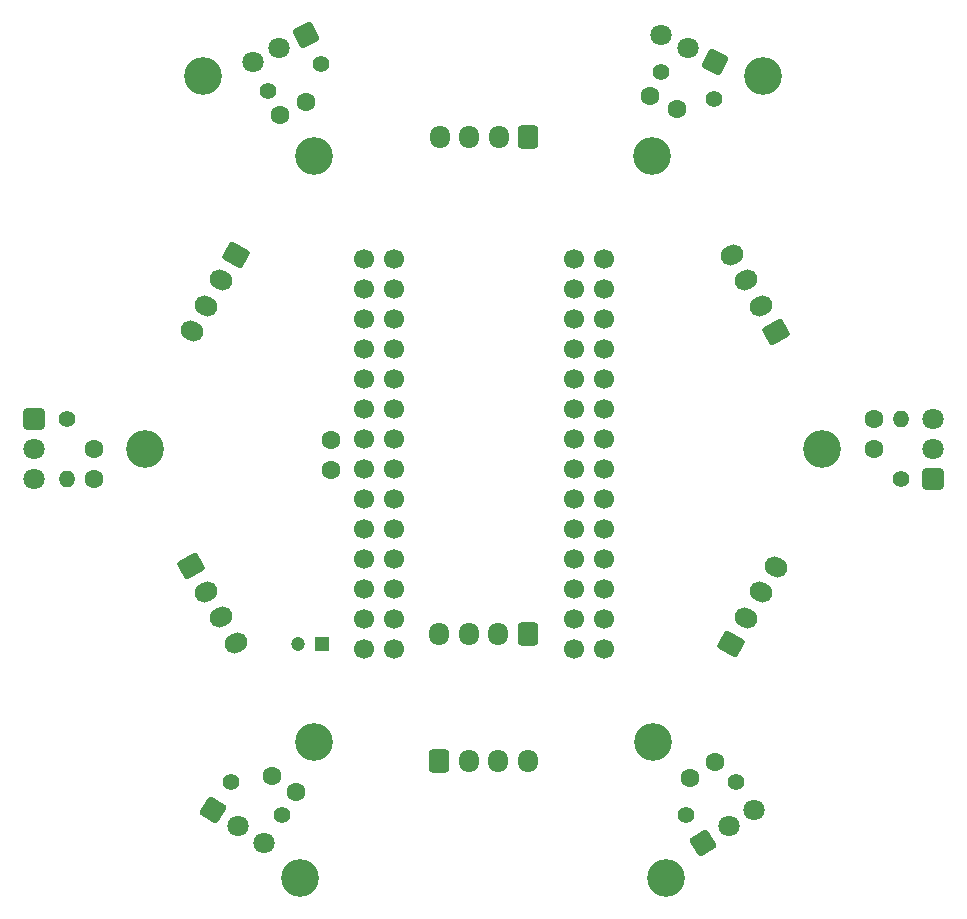
<source format=gbr>
%TF.GenerationSoftware,KiCad,Pcbnew,7.0.11*%
%TF.CreationDate,2025-01-20T02:02:22+09:00*%
%TF.ProjectId,CAM,43414d2e-6b69-4636-9164-5f7063625858,rev?*%
%TF.SameCoordinates,Original*%
%TF.FileFunction,Soldermask,Bot*%
%TF.FilePolarity,Negative*%
%FSLAX46Y46*%
G04 Gerber Fmt 4.6, Leading zero omitted, Abs format (unit mm)*
G04 Created by KiCad (PCBNEW 7.0.11) date 2025-01-20 02:02:22*
%MOMM*%
%LPD*%
G01*
G04 APERTURE LIST*
G04 Aperture macros list*
%AMRoundRect*
0 Rectangle with rounded corners*
0 $1 Rounding radius*
0 $2 $3 $4 $5 $6 $7 $8 $9 X,Y pos of 4 corners*
0 Add a 4 corners polygon primitive as box body*
4,1,4,$2,$3,$4,$5,$6,$7,$8,$9,$2,$3,0*
0 Add four circle primitives for the rounded corners*
1,1,$1+$1,$2,$3*
1,1,$1+$1,$4,$5*
1,1,$1+$1,$6,$7*
1,1,$1+$1,$8,$9*
0 Add four rect primitives between the rounded corners*
20,1,$1+$1,$2,$3,$4,$5,0*
20,1,$1+$1,$4,$5,$6,$7,0*
20,1,$1+$1,$6,$7,$8,$9,0*
20,1,$1+$1,$8,$9,$2,$3,0*%
%AMHorizOval*
0 Thick line with rounded ends*
0 $1 width*
0 $2 $3 position (X,Y) of the first rounded end (center of the circle)*
0 $4 $5 position (X,Y) of the second rounded end (center of the circle)*
0 Add line between two ends*
20,1,$1,$2,$3,$4,$5,0*
0 Add two circle primitives to create the rounded ends*
1,1,$1,$2,$3*
1,1,$1,$4,$5*%
G04 Aperture macros list end*
%ADD10C,1.600000*%
%ADD11RoundRect,0.250200X0.649800X-0.649800X0.649800X0.649800X-0.649800X0.649800X-0.649800X-0.649800X0*%
%ADD12C,1.800000*%
%ADD13C,1.700000*%
%ADD14C,1.400000*%
%ADD15HorizOval,1.400000X0.000000X0.000000X0.000000X0.000000X0*%
%ADD16C,3.200000*%
%ADD17RoundRect,0.250000X0.600000X0.725000X-0.600000X0.725000X-0.600000X-0.725000X0.600000X-0.725000X0*%
%ADD18O,1.700000X1.950000*%
%ADD19O,1.400000X1.400000*%
%ADD20HorizOval,1.400000X0.000000X0.000000X0.000000X0.000000X0*%
%ADD21RoundRect,0.250200X-0.649800X0.649800X-0.649800X-0.649800X0.649800X-0.649800X0.649800X0.649800X0*%
%ADD22HorizOval,1.400000X0.000000X0.000000X0.000000X0.000000X0*%
%ADD23RoundRect,0.250000X-0.600000X-0.725000X0.600000X-0.725000X0.600000X0.725000X-0.600000X0.725000X0*%
%ADD24RoundRect,0.250000X0.927868X-0.157115X0.327868X0.882115X-0.927868X0.157115X-0.327868X-0.882115X0*%
%ADD25HorizOval,1.700000X0.108253X0.062500X-0.108253X-0.062500X0*%
%ADD26RoundRect,0.250000X-0.327868X0.882115X-0.927868X-0.157115X0.327868X-0.882115X0.927868X0.157115X0*%
%ADD27HorizOval,1.700000X-0.108253X0.062500X0.108253X-0.062500X0*%
%ADD28R,1.200000X1.200000*%
%ADD29C,1.200000*%
%ADD30HorizOval,1.400000X0.000000X0.000000X0.000000X0.000000X0*%
%ADD31RoundRect,0.250000X0.327868X-0.882115X0.927868X0.157115X-0.327868X0.882115X-0.927868X-0.157115X0*%
%ADD32RoundRect,0.250200X-0.898875X-0.191062X0.191062X-0.898875X0.898875X0.191062X-0.191062X0.898875X0*%
%ADD33RoundRect,0.250200X0.283973X0.873979X-0.873979X0.283973X-0.283973X-0.873979X0.873979X-0.283973X0*%
%ADD34RoundRect,0.250200X0.873979X0.283973X-0.283973X0.873979X-0.873979X-0.283973X0.283973X-0.873979X0*%
%ADD35RoundRect,0.250200X-0.191062X-0.898875X0.898875X-0.191062X0.191062X0.898875X-0.898875X0.191062X0*%
%ADD36RoundRect,0.250000X-0.927868X0.157115X-0.327868X-0.882115X0.927868X-0.157115X0.327868X0.882115X0*%
%ADD37HorizOval,1.700000X-0.108253X-0.062500X0.108253X0.062500X0*%
G04 APERTURE END LIST*
D10*
%TO.C,C3*%
X171990339Y-128097201D03*
X169893663Y-129458799D03*
%TD*%
D11*
%TO.C,U2*%
X190491000Y-104140000D03*
D12*
X190491000Y-101600000D03*
X190491000Y-99060000D03*
%TD*%
D13*
%TO.C,U8*%
X142240000Y-90630000D03*
X144780000Y-85550000D03*
X160020000Y-88090000D03*
X162560000Y-93170000D03*
X162560000Y-95710000D03*
X162560000Y-113490000D03*
X144780000Y-88090000D03*
X144780000Y-90630000D03*
X144780000Y-93170000D03*
X144780000Y-95710000D03*
X144780000Y-98250000D03*
X144780000Y-100790000D03*
X144780000Y-103330000D03*
X144780000Y-105870000D03*
X144780000Y-108410000D03*
X144780000Y-110950000D03*
X144780000Y-113490000D03*
X144780000Y-116030000D03*
X144780000Y-118570000D03*
X142240000Y-118570000D03*
X162560000Y-116030000D03*
X162560000Y-118570000D03*
X160020000Y-118570000D03*
X160020000Y-116030000D03*
X160020000Y-113490000D03*
X160020000Y-110950000D03*
X160020000Y-108410000D03*
X160020000Y-105870000D03*
X160020000Y-103330000D03*
X160020000Y-100790000D03*
X160020000Y-98250000D03*
X160020000Y-95710000D03*
X160020000Y-93170000D03*
X142240000Y-95710000D03*
X160020000Y-90630000D03*
X162560000Y-110950000D03*
X160020000Y-85550000D03*
X162560000Y-85550000D03*
X162560000Y-108410000D03*
X162560000Y-100790000D03*
X162560000Y-103330000D03*
X162560000Y-98250000D03*
X162560000Y-105870000D03*
X142240000Y-105870000D03*
X142240000Y-116030000D03*
X142240000Y-108410000D03*
X142240000Y-113490000D03*
X142240000Y-110950000D03*
X142240000Y-85550000D03*
X142240000Y-88090000D03*
X142240000Y-93170000D03*
X142240000Y-98250000D03*
X142240000Y-100790000D03*
X142240000Y-103330000D03*
X162560000Y-88090000D03*
X162560000Y-90630000D03*
%TD*%
D10*
%TO.C,C1*%
X166530000Y-71690000D03*
X168757516Y-72824976D03*
%TD*%
D14*
%TO.C,R4*%
X131040751Y-129826720D03*
D15*
X135301197Y-132593486D03*
%TD*%
D16*
%TO.C,REF\u002A\u002A*%
X136880000Y-137930000D03*
%TD*%
D17*
%TO.C,J7*%
X156150000Y-117242000D03*
D18*
X153650000Y-117242000D03*
X151150000Y-117242000D03*
X148650000Y-117242000D03*
%TD*%
D10*
%TO.C,C8*%
X139446000Y-103358000D03*
X139446000Y-100858000D03*
%TD*%
D14*
%TO.C,R5*%
X117094000Y-99060000D03*
D19*
X117094000Y-104140000D03*
%TD*%
D14*
%TO.C,R6*%
X138634568Y-68988988D03*
D20*
X134108255Y-71295260D03*
%TD*%
D16*
%TO.C,REF\u002A\u002A*%
X138060000Y-76780000D03*
%TD*%
%TO.C,REF\u002A\u002A*%
X138040000Y-126410000D03*
%TD*%
D21*
%TO.C,U5*%
X114309000Y-99060000D03*
D12*
X114309000Y-101600000D03*
X114309000Y-104140000D03*
%TD*%
D14*
%TO.C,R3*%
X169498803Y-132593486D03*
D22*
X173759249Y-129826720D03*
%TD*%
D23*
%TO.C,J4*%
X148630000Y-128016000D03*
D18*
X151130000Y-128016000D03*
X153630000Y-128016000D03*
X156130000Y-128016000D03*
%TD*%
D24*
%TO.C,J2*%
X177161927Y-91656916D03*
D25*
X175911927Y-89491852D03*
X174661927Y-87326789D03*
X173411927Y-85161725D03*
%TD*%
D26*
%TO.C,J6*%
X131422795Y-85135584D03*
D27*
X130172795Y-87300648D03*
X128922795Y-89465711D03*
X127672795Y-91630775D03*
%TD*%
D28*
%TO.C,C7*%
X138684000Y-118110000D03*
D29*
X136684000Y-118110000D03*
%TD*%
D16*
%TO.C,REF\u002A\u002A*%
X123720000Y-101590000D03*
%TD*%
D10*
%TO.C,C5*%
X119380000Y-104140000D03*
X119380000Y-101640000D03*
%TD*%
%TO.C,C4*%
X136546242Y-130676285D03*
X134449566Y-129314687D03*
%TD*%
D14*
%TO.C,R1*%
X171950000Y-71990000D03*
D30*
X167423687Y-69683728D03*
%TD*%
D31*
%TO.C,J3*%
X173391927Y-118072916D03*
D27*
X174641927Y-115907852D03*
X175891927Y-113742789D03*
X177141927Y-111577725D03*
%TD*%
D32*
%TO.C,U4*%
X129519030Y-132169965D03*
D12*
X131649253Y-133553348D03*
X133779476Y-134936731D03*
%TD*%
D16*
%TO.C,REF\u002A\u002A*%
X181020000Y-101570000D03*
%TD*%
%TO.C,REF\u002A\u002A*%
X166700000Y-76790000D03*
%TD*%
D33*
%TO.C,U6*%
X137370204Y-66507535D03*
D12*
X135107047Y-67660671D03*
X132843891Y-68813807D03*
%TD*%
D16*
%TO.C,REF\u002A\u002A*%
X128660000Y-70010000D03*
%TD*%
D34*
%TO.C,U1*%
X171956109Y-68813806D03*
D12*
X169692952Y-67660670D03*
X167429796Y-66507534D03*
%TD*%
D17*
%TO.C,J1*%
X156170000Y-75201000D03*
D18*
X153670000Y-75201000D03*
X151170000Y-75201000D03*
X148670000Y-75201000D03*
%TD*%
D16*
%TO.C,REF\u002A\u002A*%
X176100000Y-70010000D03*
%TD*%
D35*
%TO.C,U3*%
X171015622Y-134929184D03*
D12*
X173145845Y-133545801D03*
X175276068Y-132162418D03*
%TD*%
D14*
%TO.C,R2*%
X187706000Y-104140000D03*
D19*
X187706000Y-99060000D03*
%TD*%
D16*
%TO.C,REF\u002A\u002A*%
X166710000Y-126410000D03*
%TD*%
D10*
%TO.C,C6*%
X135146077Y-73332100D03*
X137373593Y-72197124D03*
%TD*%
D36*
%TO.C,J5*%
X127652795Y-111534584D03*
D37*
X128902795Y-113699648D03*
X130152795Y-115864711D03*
X131402795Y-118029775D03*
%TD*%
D16*
%TO.C,REF\u002A\u002A*%
X167880000Y-137940000D03*
%TD*%
D10*
%TO.C,C2*%
X185420000Y-99060000D03*
X185420000Y-101560000D03*
%TD*%
M02*

</source>
